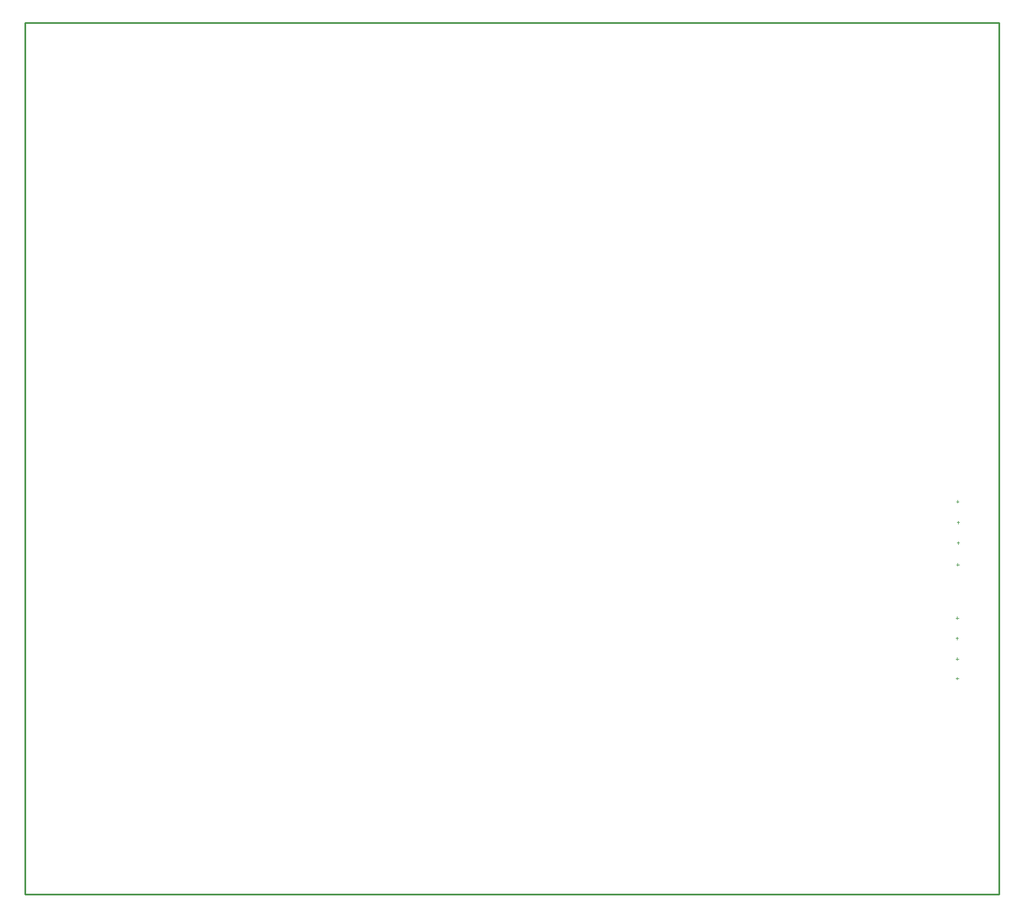
<source format=gm1>
%FSLAX44Y44*%
%MOMM*%
G71*
G01*
G75*
G04 Layer_Color=16711935*
%ADD10R,2.0000X4.0000*%
%ADD11R,0.4500X2.0000*%
%ADD12R,1.1000X1.7000*%
%ADD13C,0.4000*%
%ADD14R,1.7000X1.1000*%
%ADD15R,2.6000X1.1000*%
%ADD16R,1.5000X1.5000*%
%ADD17C,0.3600*%
%ADD18C,0.3000*%
%ADD19R,1.1000X2.6000*%
%ADD20R,0.6000X1.1500*%
%ADD21R,1.1500X0.7500*%
%ADD22R,2.0000X2.0000*%
%ADD23C,2.0000*%
%ADD24C,0.2540*%
%ADD25C,0.3048*%
%ADD26C,0.1000*%
%ADD27C,1.0000*%
%ADD28C,0.4000*%
%ADD29C,2.0000*%
%ADD30C,0.5080*%
%ADD31C,0.2000*%
%ADD32C,0.5000*%
%ADD33C,1.5240*%
%ADD34C,1.5000*%
%ADD35R,1.5000X1.5000*%
%ADD36C,3.8000*%
%ADD37C,1.6000*%
%ADD38R,1.6000X1.6000*%
%ADD39R,1.8500X1.8500*%
%ADD40C,1.8500*%
%ADD41R,1.3500X1.3500*%
%ADD42C,1.3500*%
%ADD43R,1.3500X1.3500*%
%ADD44C,1.7780*%
%ADD45C,1.0000*%
%ADD46C,1.2700*%
%ADD47C,7.0000*%
%ADD48C,1.0160*%
%ADD49C,1.1620*%
%ADD50C,1.3000*%
%ADD51C,2.7000*%
%ADD52C,1.3200*%
%ADD53C,1.2000*%
%ADD54C,1.6700*%
%ADD55C,0.9000*%
%ADD56C,0.6500*%
%ADD57C,5.4000*%
%ADD58C,0.3000*%
%ADD59C,0.0025*%
G04:AMPARAMS|DCode=60|XSize=1.7mm|YSize=1.1mm|CornerRadius=0mm|HoleSize=0mm|Usage=FLASHONLY|Rotation=225.000|XOffset=0mm|YOffset=0mm|HoleType=Round|Shape=Rectangle|*
%AMROTATEDRECTD60*
4,1,4,0.2121,0.9900,0.9900,0.2121,-0.2121,-0.9900,-0.9900,-0.2121,0.2121,0.9900,0.0*
%
%ADD60ROTATEDRECTD60*%

%ADD61C,3.0000*%
%ADD62C,0.2500*%
%ADD63C,0.1270*%
%ADD64C,0.1524*%
%ADD65C,0.2032*%
%ADD66R,2.2032X4.2032*%
%ADD67R,0.6532X2.2032*%
%ADD68R,1.3032X1.9032*%
%ADD69C,0.6032*%
%ADD70R,1.9032X1.3032*%
%ADD71R,2.8032X1.3032*%
%ADD72R,1.7032X1.7032*%
%ADD73C,0.4800*%
%ADD74C,0.5032*%
%ADD75R,1.3032X2.8032*%
%ADD76R,0.8032X1.3532*%
%ADD77R,1.3532X0.9532*%
%ADD78R,2.2032X2.2032*%
%ADD79C,2.2032*%
%ADD80C,0.4200*%
%ADD81C,1.7272*%
%ADD82C,1.7032*%
%ADD83R,1.7032X1.7032*%
%ADD84C,4.0032*%
%ADD85C,1.8032*%
%ADD86R,1.8032X1.8032*%
%ADD87R,2.0532X2.0532*%
%ADD88C,2.0532*%
%ADD89R,1.5532X1.5532*%
%ADD90C,1.5532*%
%ADD91R,1.5532X1.5532*%
%ADD92C,1.9812*%
%ADD93C,1.2032*%
%ADD94C,1.4732*%
%ADD95C,7.2032*%
G04:AMPARAMS|DCode=96|XSize=1.9032mm|YSize=1.3032mm|CornerRadius=0mm|HoleSize=0mm|Usage=FLASHONLY|Rotation=225.000|XOffset=0mm|YOffset=0mm|HoleType=Round|Shape=Rectangle|*
%AMROTATEDRECTD96*
4,1,4,0.2121,1.1336,1.1336,0.2121,-0.2121,-1.1336,-1.1336,-0.2121,0.2121,1.1336,0.0*
%
%ADD96ROTATEDRECTD96*%

D24*
X517750Y1389500D02*
X1968750D01*
Y91250D02*
Y1389500D01*
X517750Y90750D02*
X1968250D01*
X517750D02*
Y1389250D01*
D26*
X1906170Y410470D02*
Y414470D01*
X1904170Y412470D02*
X1908170D01*
X1906000Y470250D02*
Y474250D01*
X1904000Y472250D02*
X1908000D01*
X1906170Y500500D02*
Y504500D01*
X1904170Y502500D02*
X1908170D01*
X1906170Y439710D02*
Y443710D01*
X1904170Y441710D02*
X1908170D01*
X1907500Y643250D02*
Y647250D01*
X1905500Y645250D02*
X1909500D01*
X1906750Y674250D02*
Y678250D01*
X1904750Y676250D02*
X1908750D01*
X1907500Y612750D02*
Y616750D01*
X1905500Y614750D02*
X1909500D01*
X1907000Y580000D02*
Y584000D01*
X1905000Y582000D02*
X1909000D01*
M02*

</source>
